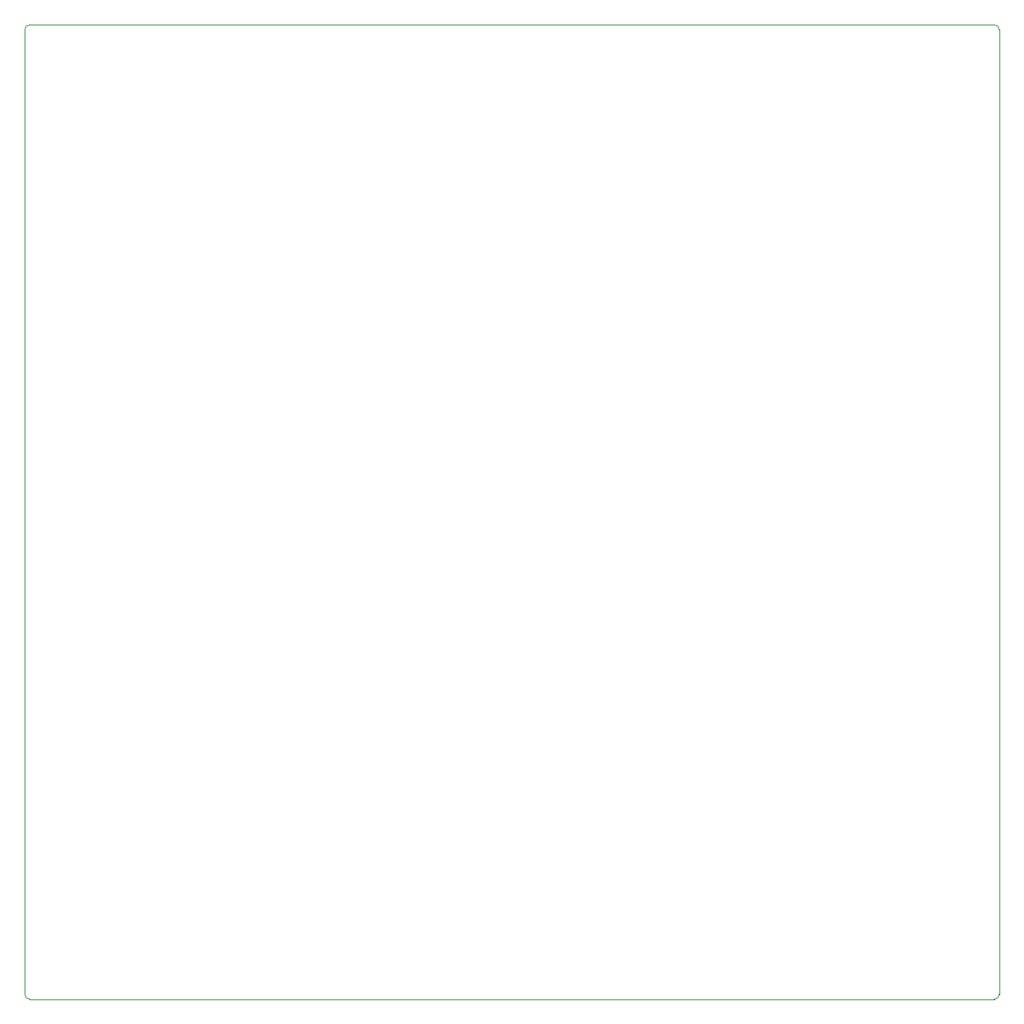
<source format=gbr>
G04 GENERATED BY PULSONIX 7.0 GERBER.DLL 4573*
%INHILLSTAR_80X80_EL_V1_0*%
%LNGERBER_BOARD*%
%FSLAX33Y33*%
%IPPOS*%
%LPD*%
%OFA0B0*%
%MOMM*%
%ADD346C,0.100*%
X0Y0D02*
D02*
D346*
X79378Y179862D02*
X182378D01*
G75*
G02X182878Y179362J-500*
G01*
Y76362*
G75*
G02X182378Y75862I-500*
G01*
X79378*
G75*
G02X78878Y76362J500*
G01*
Y179362*
G75*
G02X79378Y179862I500*
G01*
X0Y0D02*
M02*

</source>
